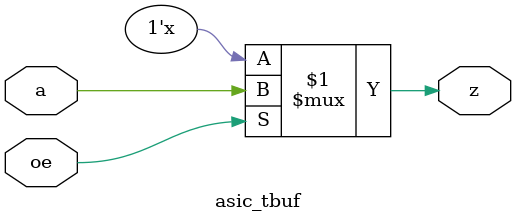
<source format=v>


module asic_tbuf #(parameter PROP = "DEFAULT")  (
   input  a,
   input  oe,
   output z
   );

   assign z = oe ? a : 1'bz;

endmodule

</source>
